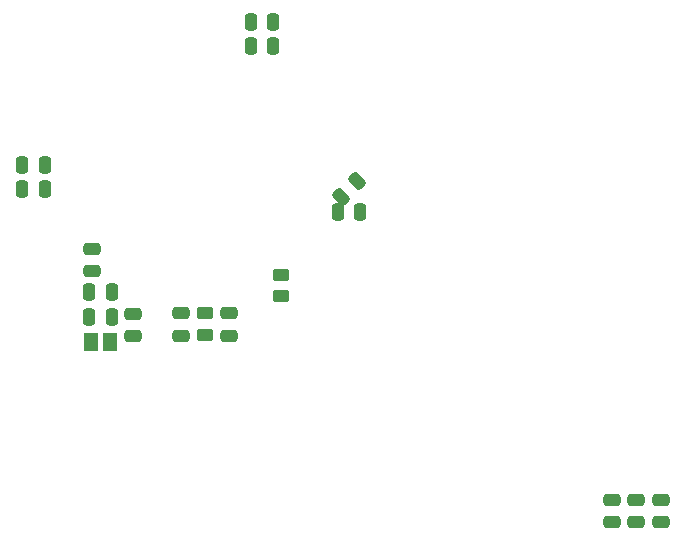
<source format=gbp>
%TF.GenerationSoftware,KiCad,Pcbnew,8.0.6*%
%TF.CreationDate,2025-06-06T13:34:11-05:00*%
%TF.ProjectId,Placa_principal_v2,506c6163-615f-4707-9269-6e636970616c,rev?*%
%TF.SameCoordinates,Original*%
%TF.FileFunction,Paste,Bot*%
%TF.FilePolarity,Positive*%
%FSLAX46Y46*%
G04 Gerber Fmt 4.6, Leading zero omitted, Abs format (unit mm)*
G04 Created by KiCad (PCBNEW 8.0.6) date 2025-06-06 13:34:11*
%MOMM*%
%LPD*%
G01*
G04 APERTURE LIST*
G04 Aperture macros list*
%AMRoundRect*
0 Rectangle with rounded corners*
0 $1 Rounding radius*
0 $2 $3 $4 $5 $6 $7 $8 $9 X,Y pos of 4 corners*
0 Add a 4 corners polygon primitive as box body*
4,1,4,$2,$3,$4,$5,$6,$7,$8,$9,$2,$3,0*
0 Add four circle primitives for the rounded corners*
1,1,$1+$1,$2,$3*
1,1,$1+$1,$4,$5*
1,1,$1+$1,$6,$7*
1,1,$1+$1,$8,$9*
0 Add four rect primitives between the rounded corners*
20,1,$1+$1,$2,$3,$4,$5,0*
20,1,$1+$1,$4,$5,$6,$7,0*
20,1,$1+$1,$6,$7,$8,$9,0*
20,1,$1+$1,$8,$9,$2,$3,0*%
G04 Aperture macros list end*
%ADD10RoundRect,0.250000X0.475000X-0.250000X0.475000X0.250000X-0.475000X0.250000X-0.475000X-0.250000X0*%
%ADD11RoundRect,0.250000X0.159099X-0.512652X0.512652X-0.159099X-0.159099X0.512652X-0.512652X0.159099X0*%
%ADD12RoundRect,0.250000X-0.250000X-0.475000X0.250000X-0.475000X0.250000X0.475000X-0.250000X0.475000X0*%
%ADD13RoundRect,0.250000X0.250000X0.475000X-0.250000X0.475000X-0.250000X-0.475000X0.250000X-0.475000X0*%
%ADD14RoundRect,0.250000X-0.475000X0.250000X-0.475000X-0.250000X0.475000X-0.250000X0.475000X0.250000X0*%
%ADD15RoundRect,0.250000X-0.450000X0.262500X-0.450000X-0.262500X0.450000X-0.262500X0.450000X0.262500X0*%
%ADD16R,1.200000X1.600000*%
G04 APERTURE END LIST*
D10*
%TO.C,C20*%
X153810000Y-98992500D03*
X153810000Y-97092500D03*
%TD*%
D11*
%TO.C,C13*%
X167358249Y-87211751D03*
X168701751Y-85868249D03*
%TD*%
D10*
%TO.C,C5*%
X192340000Y-114760000D03*
X192340000Y-112860000D03*
%TD*%
D12*
%TO.C,C4*%
X159710000Y-74420000D03*
X161610000Y-74420000D03*
%TD*%
D10*
%TO.C,C16*%
X149720000Y-99040000D03*
X149720000Y-97140000D03*
%TD*%
D13*
%TO.C,C2*%
X161570000Y-72390000D03*
X159670000Y-72390000D03*
%TD*%
D14*
%TO.C,C7*%
X190250000Y-112870000D03*
X190250000Y-114770000D03*
%TD*%
D10*
%TO.C,C14*%
X157820000Y-98990000D03*
X157820000Y-97090000D03*
%TD*%
D15*
%TO.C,R37*%
X155820000Y-97087500D03*
X155820000Y-98912500D03*
%TD*%
D14*
%TO.C,C6*%
X194430000Y-112870000D03*
X194430000Y-114770000D03*
%TD*%
D12*
%TO.C,C17*%
X146010000Y-97380000D03*
X147910000Y-97380000D03*
%TD*%
D16*
%TO.C,FB2*%
X146170000Y-99510000D03*
X147770000Y-99510000D03*
%TD*%
D12*
%TO.C,C1*%
X140340000Y-84500000D03*
X142240000Y-84500000D03*
%TD*%
%TO.C,C3*%
X167070000Y-88520000D03*
X168970000Y-88520000D03*
%TD*%
%TO.C,C19*%
X140360000Y-86560000D03*
X142260000Y-86560000D03*
%TD*%
%TO.C,C15*%
X146000000Y-95320000D03*
X147900000Y-95320000D03*
%TD*%
D15*
%TO.C,R36*%
X162260000Y-93800000D03*
X162260000Y-95625000D03*
%TD*%
D10*
%TO.C,C18*%
X146230000Y-93510000D03*
X146230000Y-91610000D03*
%TD*%
M02*

</source>
